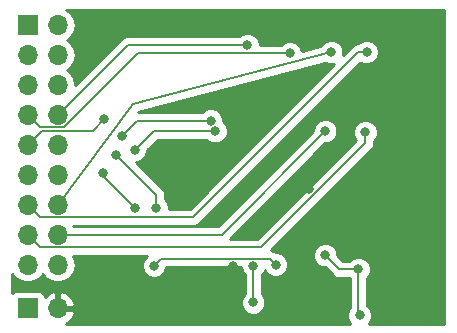
<source format=gbr>
G04 #@! TF.GenerationSoftware,KiCad,Pcbnew,5.0.0-fee4fd1~66~ubuntu16.04.1*
G04 #@! TF.CreationDate,2018-09-09T13:30:21+02:00*
G04 #@! TF.ProjectId,Tactile_Skin_Board,54616374696C655F536B696E5F426F61,rev?*
G04 #@! TF.SameCoordinates,Original*
G04 #@! TF.FileFunction,Copper,L2,Bot,Signal*
G04 #@! TF.FilePolarity,Positive*
%FSLAX46Y46*%
G04 Gerber Fmt 4.6, Leading zero omitted, Abs format (unit mm)*
G04 Created by KiCad (PCBNEW 5.0.0-fee4fd1~66~ubuntu16.04.1) date Sun Sep  9 13:30:21 2018*
%MOMM*%
%LPD*%
G01*
G04 APERTURE LIST*
G04 #@! TA.AperFunction,ComponentPad*
%ADD10R,1.700000X1.700000*%
G04 #@! TD*
G04 #@! TA.AperFunction,ComponentPad*
%ADD11O,1.700000X1.700000*%
G04 #@! TD*
G04 #@! TA.AperFunction,ViaPad*
%ADD12C,0.800000*%
G04 #@! TD*
G04 #@! TA.AperFunction,Conductor*
%ADD13C,0.200000*%
G04 #@! TD*
G04 #@! TA.AperFunction,Conductor*
%ADD14C,0.254000*%
G04 #@! TD*
G04 APERTURE END LIST*
D10*
G04 #@! TO.P,J2,1*
G04 #@! TO.N,GND*
X105000000Y-118000000D03*
D11*
G04 #@! TO.P,J2,2*
G04 #@! TO.N,3.3V*
X107540000Y-118000000D03*
G04 #@! TD*
D10*
G04 #@! TO.P,J1,1*
G04 #@! TO.N,SDA0*
X105000000Y-94000000D03*
D11*
G04 #@! TO.P,J1,2*
G04 #@! TO.N,SCL0*
X107540000Y-94000000D03*
G04 #@! TO.P,J1,3*
G04 #@! TO.N,SDA1*
X105000000Y-96540000D03*
G04 #@! TO.P,J1,4*
G04 #@! TO.N,SCL1*
X107540000Y-96540000D03*
G04 #@! TO.P,J1,5*
G04 #@! TO.N,SDA2*
X105000000Y-99080000D03*
G04 #@! TO.P,J1,6*
G04 #@! TO.N,SCL2*
X107540000Y-99080000D03*
G04 #@! TO.P,J1,7*
G04 #@! TO.N,SDA3*
X105000000Y-101620000D03*
G04 #@! TO.P,J1,8*
G04 #@! TO.N,SCL3*
X107540000Y-101620000D03*
G04 #@! TO.P,J1,9*
G04 #@! TO.N,SDA4*
X105000000Y-104160000D03*
G04 #@! TO.P,J1,10*
G04 #@! TO.N,SCL4*
X107540000Y-104160000D03*
G04 #@! TO.P,J1,11*
G04 #@! TO.N,SDA5*
X105000000Y-106700000D03*
G04 #@! TO.P,J1,12*
G04 #@! TO.N,SCL5*
X107540000Y-106700000D03*
G04 #@! TO.P,J1,13*
G04 #@! TO.N,SDA6*
X105000000Y-109240000D03*
G04 #@! TO.P,J1,14*
G04 #@! TO.N,SCL6*
X107540000Y-109240000D03*
G04 #@! TO.P,J1,15*
G04 #@! TO.N,SDA7*
X105000000Y-111780000D03*
G04 #@! TO.P,J1,16*
G04 #@! TO.N,SCL7*
X107540000Y-111780000D03*
G04 #@! TO.P,J1,17*
G04 #@! TO.N,SDA8*
X105000000Y-114320000D03*
G04 #@! TO.P,J1,18*
G04 #@! TO.N,SCL8*
X107540000Y-114320000D03*
G04 #@! TD*
D12*
G04 #@! TO.N,SDA2*
X115900000Y-109500000D03*
X112500000Y-105000000D03*
G04 #@! TO.N,SCL2*
X114100000Y-109500000D03*
X111400000Y-106500000D03*
G04 #@! TO.N,SDA3*
X127200000Y-96400000D03*
G04 #@! TO.N,SCL3*
X123600000Y-95700000D03*
G04 #@! TO.N,SDA4*
X120500000Y-102100000D03*
X113000000Y-103400000D03*
X111500000Y-102000000D03*
G04 #@! TO.N,SCL4*
X114100000Y-104600000D03*
X120900000Y-103000000D03*
G04 #@! TO.N,SCL5*
X126000000Y-114300000D03*
X115700000Y-114400000D03*
G04 #@! TO.N,SDA6*
X133700000Y-96300000D03*
G04 #@! TO.N,SCL6*
X130700000Y-96300000D03*
G04 #@! TO.N,SDA7*
X133600000Y-103100000D03*
G04 #@! TO.N,SCL7*
X130200000Y-103000000D03*
G04 #@! TO.N,3.3V*
X122400000Y-101300000D03*
X135200000Y-107900000D03*
X128800000Y-107900000D03*
X122400000Y-114400000D03*
X128800000Y-114400000D03*
X135200000Y-114300000D03*
X138000000Y-100300000D03*
G04 #@! TO.N,GND*
X133000000Y-114700000D03*
X133100000Y-118600000D03*
X130200000Y-113500000D03*
X124100000Y-114400001D03*
X124100000Y-117500000D03*
G04 #@! TD*
D13*
G04 #@! TO.N,SDA2*
X115900000Y-108400000D02*
X112500000Y-105000000D01*
X115900000Y-109500000D02*
X115900000Y-108400000D01*
G04 #@! TO.N,SCL2*
X111400000Y-106800000D02*
X111400000Y-106500000D01*
X114100000Y-109500000D02*
X111400000Y-106800000D01*
G04 #@! TO.N,SDA3*
X105000000Y-101620000D02*
X106050001Y-102670001D01*
X106050001Y-102670001D02*
X108044001Y-102670001D01*
X114314002Y-96400000D02*
X127200000Y-96400000D01*
X108044001Y-102670001D02*
X114314002Y-96400000D01*
G04 #@! TO.N,SCL3*
X113460000Y-95700000D02*
X123600000Y-95700000D01*
X107540000Y-101620000D02*
X113460000Y-95700000D01*
G04 #@! TO.N,SDA4*
X114300000Y-102100000D02*
X113000000Y-103400000D01*
X120500000Y-102100000D02*
X114300000Y-102100000D01*
X105849999Y-103310001D02*
X105000000Y-104160000D01*
X110529989Y-102970011D02*
X106189989Y-102970011D01*
X106189989Y-102970011D02*
X105849999Y-103310001D01*
X111500000Y-102000000D02*
X110529989Y-102970011D01*
G04 #@! TO.N,SCL4*
X120900000Y-103000000D02*
X115700000Y-103000000D01*
X115700000Y-103000000D02*
X114100000Y-104600000D01*
G04 #@! TO.N,SCL5*
X116300001Y-113799999D02*
X115700000Y-114400000D01*
X125499999Y-113799999D02*
X116300001Y-113799999D01*
X126000000Y-114300000D02*
X125499999Y-113799999D01*
G04 #@! TO.N,SDA6*
X105000000Y-109240000D02*
X106050001Y-110290001D01*
X119021997Y-110290001D02*
X133011998Y-96300000D01*
X106050001Y-110290001D02*
X119021997Y-110290001D01*
X133011998Y-96300000D02*
X133700000Y-96300000D01*
G04 #@! TO.N,SCL6*
X113900000Y-100700000D02*
X130700000Y-96300000D01*
X107540000Y-109240000D02*
X113900000Y-100700000D01*
G04 #@! TO.N,SDA7*
X106050001Y-112830001D02*
X124758001Y-112830001D01*
X124758001Y-112830001D02*
X133600000Y-103988002D01*
X105000000Y-111780000D02*
X106050001Y-112830001D01*
X133600000Y-103988002D02*
X133600000Y-103100000D01*
G04 #@! TO.N,SCL7*
X121420000Y-111780000D02*
X130200000Y-103000000D01*
X107540000Y-111780000D02*
X121420000Y-111780000D01*
G04 #@! TO.N,3.3V*
X122400000Y-114965685D02*
X121200000Y-116165685D01*
X122400000Y-114400000D02*
X122400000Y-114965685D01*
X121200000Y-116165685D02*
X121200000Y-117800000D01*
G04 #@! TO.N,GND*
X133000000Y-118500000D02*
X133100000Y-118600000D01*
X133000000Y-114700000D02*
X133000000Y-118500000D01*
X131400000Y-114700000D02*
X130200000Y-113500000D01*
X133000000Y-114700000D02*
X131400000Y-114700000D01*
X124100000Y-114965686D02*
X124100000Y-117500000D01*
X124100000Y-114400001D02*
X124100000Y-114965686D01*
G04 #@! TD*
D14*
G04 #@! TO.N,3.3V*
G36*
X140290001Y-119290000D02*
X133873711Y-119290000D01*
X133977431Y-119186280D01*
X134135000Y-118805874D01*
X134135000Y-118394126D01*
X133977431Y-118013720D01*
X133735000Y-117771289D01*
X133735000Y-115428711D01*
X133877431Y-115286280D01*
X134035000Y-114905874D01*
X134035000Y-114494126D01*
X133877431Y-114113720D01*
X133586280Y-113822569D01*
X133205874Y-113665000D01*
X132794126Y-113665000D01*
X132413720Y-113822569D01*
X132271289Y-113965000D01*
X131704447Y-113965000D01*
X131235000Y-113495554D01*
X131235000Y-113294126D01*
X131077431Y-112913720D01*
X130786280Y-112622569D01*
X130405874Y-112465000D01*
X129994126Y-112465000D01*
X129613720Y-112622569D01*
X129322569Y-112913720D01*
X129165000Y-113294126D01*
X129165000Y-113705874D01*
X129322569Y-114086280D01*
X129613720Y-114377431D01*
X129994126Y-114535000D01*
X130195554Y-114535000D01*
X130829090Y-115168537D01*
X130870095Y-115229905D01*
X131113217Y-115392354D01*
X131327612Y-115435000D01*
X131327615Y-115435000D01*
X131399999Y-115449398D01*
X131472383Y-115435000D01*
X132265000Y-115435000D01*
X132265001Y-117971288D01*
X132222569Y-118013720D01*
X132065000Y-118394126D01*
X132065000Y-118805874D01*
X132222569Y-119186280D01*
X132326289Y-119290000D01*
X108262608Y-119290000D01*
X108306924Y-119271645D01*
X108735183Y-118881358D01*
X108981486Y-118356892D01*
X108860819Y-118127000D01*
X107667000Y-118127000D01*
X107667000Y-118147000D01*
X107413000Y-118147000D01*
X107413000Y-118127000D01*
X107393000Y-118127000D01*
X107393000Y-117873000D01*
X107413000Y-117873000D01*
X107413000Y-116679845D01*
X107667000Y-116679845D01*
X107667000Y-117873000D01*
X108860819Y-117873000D01*
X108981486Y-117643108D01*
X108735183Y-117118642D01*
X108306924Y-116728355D01*
X107896890Y-116558524D01*
X107667000Y-116679845D01*
X107413000Y-116679845D01*
X107183110Y-116558524D01*
X106773076Y-116728355D01*
X106468739Y-117005708D01*
X106448157Y-116902235D01*
X106307809Y-116692191D01*
X106097765Y-116551843D01*
X105850000Y-116502560D01*
X104150000Y-116502560D01*
X103902235Y-116551843D01*
X103710000Y-116680291D01*
X103710000Y-115062307D01*
X103929375Y-115390625D01*
X104420582Y-115718839D01*
X104853744Y-115805000D01*
X105146256Y-115805000D01*
X105579418Y-115718839D01*
X106070625Y-115390625D01*
X106270000Y-115092239D01*
X106469375Y-115390625D01*
X106960582Y-115718839D01*
X107393744Y-115805000D01*
X107686256Y-115805000D01*
X108119418Y-115718839D01*
X108610625Y-115390625D01*
X108938839Y-114899418D01*
X109054092Y-114320000D01*
X108938839Y-113740582D01*
X108821520Y-113565001D01*
X115071288Y-113565001D01*
X114822569Y-113813720D01*
X114665000Y-114194126D01*
X114665000Y-114605874D01*
X114822569Y-114986280D01*
X115113720Y-115277431D01*
X115494126Y-115435000D01*
X115905874Y-115435000D01*
X116286280Y-115277431D01*
X116577431Y-114986280D01*
X116735000Y-114605874D01*
X116735000Y-114534999D01*
X123065000Y-114534999D01*
X123065000Y-114605875D01*
X123222569Y-114986281D01*
X123365000Y-115128712D01*
X123365001Y-116771288D01*
X123222569Y-116913720D01*
X123065000Y-117294126D01*
X123065000Y-117705874D01*
X123222569Y-118086280D01*
X123513720Y-118377431D01*
X123894126Y-118535000D01*
X124305874Y-118535000D01*
X124686280Y-118377431D01*
X124977431Y-118086280D01*
X125135000Y-117705874D01*
X125135000Y-117294126D01*
X124977431Y-116913720D01*
X124835000Y-116771289D01*
X124835000Y-115128712D01*
X124977431Y-114986281D01*
X125070711Y-114761083D01*
X125122569Y-114886280D01*
X125413720Y-115177431D01*
X125794126Y-115335000D01*
X126205874Y-115335000D01*
X126586280Y-115177431D01*
X126877431Y-114886280D01*
X127035000Y-114505874D01*
X127035000Y-114094126D01*
X126877431Y-113713720D01*
X126586280Y-113422569D01*
X126205874Y-113265000D01*
X126022280Y-113265000D01*
X125786782Y-113107645D01*
X125572387Y-113064999D01*
X125572383Y-113064999D01*
X125564097Y-113063351D01*
X134068538Y-104558911D01*
X134129905Y-104517907D01*
X134292354Y-104274785D01*
X134335000Y-104060390D01*
X134335000Y-104060386D01*
X134349398Y-103988002D01*
X134335000Y-103915618D01*
X134335000Y-103828711D01*
X134477431Y-103686280D01*
X134635000Y-103305874D01*
X134635000Y-102894126D01*
X134477431Y-102513720D01*
X134186280Y-102222569D01*
X133805874Y-102065000D01*
X133394126Y-102065000D01*
X133013720Y-102222569D01*
X132722569Y-102513720D01*
X132565000Y-102894126D01*
X132565000Y-103305874D01*
X132722569Y-103686280D01*
X132792422Y-103756133D01*
X124453555Y-112095001D01*
X122144445Y-112095001D01*
X130204447Y-104035000D01*
X130405874Y-104035000D01*
X130786280Y-103877431D01*
X131077431Y-103586280D01*
X131235000Y-103205874D01*
X131235000Y-102794126D01*
X131077431Y-102413720D01*
X130786280Y-102122569D01*
X130405874Y-101965000D01*
X129994126Y-101965000D01*
X129613720Y-102122569D01*
X129322569Y-102413720D01*
X129165000Y-102794126D01*
X129165000Y-102995553D01*
X121115554Y-111045000D01*
X108834882Y-111045000D01*
X108821520Y-111025001D01*
X118949613Y-111025001D01*
X119021997Y-111039399D01*
X119094381Y-111025001D01*
X119094385Y-111025001D01*
X119308780Y-110982355D01*
X119551902Y-110819906D01*
X119592908Y-110758536D01*
X133156354Y-97195091D01*
X133494126Y-97335000D01*
X133905874Y-97335000D01*
X134286280Y-97177431D01*
X134577431Y-96886280D01*
X134735000Y-96505874D01*
X134735000Y-96094126D01*
X134577431Y-95713720D01*
X134286280Y-95422569D01*
X133905874Y-95265000D01*
X133494126Y-95265000D01*
X133113720Y-95422569D01*
X132979154Y-95557135D01*
X132939613Y-95565000D01*
X132939610Y-95565000D01*
X132725215Y-95607646D01*
X132482093Y-95770095D01*
X132441089Y-95831462D01*
X131712601Y-96559950D01*
X131735000Y-96505874D01*
X131735000Y-96094126D01*
X131577431Y-95713720D01*
X131286280Y-95422569D01*
X130905874Y-95265000D01*
X130494126Y-95265000D01*
X130113720Y-95422569D01*
X129822569Y-95713720D01*
X129796414Y-95776864D01*
X128231891Y-96186620D01*
X128077431Y-95813720D01*
X127786280Y-95522569D01*
X127405874Y-95365000D01*
X126994126Y-95365000D01*
X126613720Y-95522569D01*
X126471289Y-95665000D01*
X124635000Y-95665000D01*
X124635000Y-95494126D01*
X124477431Y-95113720D01*
X124186280Y-94822569D01*
X123805874Y-94665000D01*
X123394126Y-94665000D01*
X123013720Y-94822569D01*
X122871289Y-94965000D01*
X113532383Y-94965000D01*
X113459999Y-94950602D01*
X113387615Y-94965000D01*
X113387612Y-94965000D01*
X113173217Y-95007646D01*
X112930095Y-95170095D01*
X112889091Y-95231462D01*
X109051846Y-99068708D01*
X108938839Y-98500582D01*
X108610625Y-98009375D01*
X108312239Y-97810000D01*
X108610625Y-97610625D01*
X108938839Y-97119418D01*
X109054092Y-96540000D01*
X108938839Y-95960582D01*
X108610625Y-95469375D01*
X108312239Y-95270000D01*
X108610625Y-95070625D01*
X108938839Y-94579418D01*
X109054092Y-94000000D01*
X108938839Y-93420582D01*
X108610625Y-92929375D01*
X108282307Y-92710000D01*
X140290000Y-92710000D01*
X140290001Y-119290000D01*
X140290001Y-119290000D01*
G37*
X140290001Y-119290000D02*
X133873711Y-119290000D01*
X133977431Y-119186280D01*
X134135000Y-118805874D01*
X134135000Y-118394126D01*
X133977431Y-118013720D01*
X133735000Y-117771289D01*
X133735000Y-115428711D01*
X133877431Y-115286280D01*
X134035000Y-114905874D01*
X134035000Y-114494126D01*
X133877431Y-114113720D01*
X133586280Y-113822569D01*
X133205874Y-113665000D01*
X132794126Y-113665000D01*
X132413720Y-113822569D01*
X132271289Y-113965000D01*
X131704447Y-113965000D01*
X131235000Y-113495554D01*
X131235000Y-113294126D01*
X131077431Y-112913720D01*
X130786280Y-112622569D01*
X130405874Y-112465000D01*
X129994126Y-112465000D01*
X129613720Y-112622569D01*
X129322569Y-112913720D01*
X129165000Y-113294126D01*
X129165000Y-113705874D01*
X129322569Y-114086280D01*
X129613720Y-114377431D01*
X129994126Y-114535000D01*
X130195554Y-114535000D01*
X130829090Y-115168537D01*
X130870095Y-115229905D01*
X131113217Y-115392354D01*
X131327612Y-115435000D01*
X131327615Y-115435000D01*
X131399999Y-115449398D01*
X131472383Y-115435000D01*
X132265000Y-115435000D01*
X132265001Y-117971288D01*
X132222569Y-118013720D01*
X132065000Y-118394126D01*
X132065000Y-118805874D01*
X132222569Y-119186280D01*
X132326289Y-119290000D01*
X108262608Y-119290000D01*
X108306924Y-119271645D01*
X108735183Y-118881358D01*
X108981486Y-118356892D01*
X108860819Y-118127000D01*
X107667000Y-118127000D01*
X107667000Y-118147000D01*
X107413000Y-118147000D01*
X107413000Y-118127000D01*
X107393000Y-118127000D01*
X107393000Y-117873000D01*
X107413000Y-117873000D01*
X107413000Y-116679845D01*
X107667000Y-116679845D01*
X107667000Y-117873000D01*
X108860819Y-117873000D01*
X108981486Y-117643108D01*
X108735183Y-117118642D01*
X108306924Y-116728355D01*
X107896890Y-116558524D01*
X107667000Y-116679845D01*
X107413000Y-116679845D01*
X107183110Y-116558524D01*
X106773076Y-116728355D01*
X106468739Y-117005708D01*
X106448157Y-116902235D01*
X106307809Y-116692191D01*
X106097765Y-116551843D01*
X105850000Y-116502560D01*
X104150000Y-116502560D01*
X103902235Y-116551843D01*
X103710000Y-116680291D01*
X103710000Y-115062307D01*
X103929375Y-115390625D01*
X104420582Y-115718839D01*
X104853744Y-115805000D01*
X105146256Y-115805000D01*
X105579418Y-115718839D01*
X106070625Y-115390625D01*
X106270000Y-115092239D01*
X106469375Y-115390625D01*
X106960582Y-115718839D01*
X107393744Y-115805000D01*
X107686256Y-115805000D01*
X108119418Y-115718839D01*
X108610625Y-115390625D01*
X108938839Y-114899418D01*
X109054092Y-114320000D01*
X108938839Y-113740582D01*
X108821520Y-113565001D01*
X115071288Y-113565001D01*
X114822569Y-113813720D01*
X114665000Y-114194126D01*
X114665000Y-114605874D01*
X114822569Y-114986280D01*
X115113720Y-115277431D01*
X115494126Y-115435000D01*
X115905874Y-115435000D01*
X116286280Y-115277431D01*
X116577431Y-114986280D01*
X116735000Y-114605874D01*
X116735000Y-114534999D01*
X123065000Y-114534999D01*
X123065000Y-114605875D01*
X123222569Y-114986281D01*
X123365000Y-115128712D01*
X123365001Y-116771288D01*
X123222569Y-116913720D01*
X123065000Y-117294126D01*
X123065000Y-117705874D01*
X123222569Y-118086280D01*
X123513720Y-118377431D01*
X123894126Y-118535000D01*
X124305874Y-118535000D01*
X124686280Y-118377431D01*
X124977431Y-118086280D01*
X125135000Y-117705874D01*
X125135000Y-117294126D01*
X124977431Y-116913720D01*
X124835000Y-116771289D01*
X124835000Y-115128712D01*
X124977431Y-114986281D01*
X125070711Y-114761083D01*
X125122569Y-114886280D01*
X125413720Y-115177431D01*
X125794126Y-115335000D01*
X126205874Y-115335000D01*
X126586280Y-115177431D01*
X126877431Y-114886280D01*
X127035000Y-114505874D01*
X127035000Y-114094126D01*
X126877431Y-113713720D01*
X126586280Y-113422569D01*
X126205874Y-113265000D01*
X126022280Y-113265000D01*
X125786782Y-113107645D01*
X125572387Y-113064999D01*
X125572383Y-113064999D01*
X125564097Y-113063351D01*
X134068538Y-104558911D01*
X134129905Y-104517907D01*
X134292354Y-104274785D01*
X134335000Y-104060390D01*
X134335000Y-104060386D01*
X134349398Y-103988002D01*
X134335000Y-103915618D01*
X134335000Y-103828711D01*
X134477431Y-103686280D01*
X134635000Y-103305874D01*
X134635000Y-102894126D01*
X134477431Y-102513720D01*
X134186280Y-102222569D01*
X133805874Y-102065000D01*
X133394126Y-102065000D01*
X133013720Y-102222569D01*
X132722569Y-102513720D01*
X132565000Y-102894126D01*
X132565000Y-103305874D01*
X132722569Y-103686280D01*
X132792422Y-103756133D01*
X124453555Y-112095001D01*
X122144445Y-112095001D01*
X130204447Y-104035000D01*
X130405874Y-104035000D01*
X130786280Y-103877431D01*
X131077431Y-103586280D01*
X131235000Y-103205874D01*
X131235000Y-102794126D01*
X131077431Y-102413720D01*
X130786280Y-102122569D01*
X130405874Y-101965000D01*
X129994126Y-101965000D01*
X129613720Y-102122569D01*
X129322569Y-102413720D01*
X129165000Y-102794126D01*
X129165000Y-102995553D01*
X121115554Y-111045000D01*
X108834882Y-111045000D01*
X108821520Y-111025001D01*
X118949613Y-111025001D01*
X119021997Y-111039399D01*
X119094381Y-111025001D01*
X119094385Y-111025001D01*
X119308780Y-110982355D01*
X119551902Y-110819906D01*
X119592908Y-110758536D01*
X133156354Y-97195091D01*
X133494126Y-97335000D01*
X133905874Y-97335000D01*
X134286280Y-97177431D01*
X134577431Y-96886280D01*
X134735000Y-96505874D01*
X134735000Y-96094126D01*
X134577431Y-95713720D01*
X134286280Y-95422569D01*
X133905874Y-95265000D01*
X133494126Y-95265000D01*
X133113720Y-95422569D01*
X132979154Y-95557135D01*
X132939613Y-95565000D01*
X132939610Y-95565000D01*
X132725215Y-95607646D01*
X132482093Y-95770095D01*
X132441089Y-95831462D01*
X131712601Y-96559950D01*
X131735000Y-96505874D01*
X131735000Y-96094126D01*
X131577431Y-95713720D01*
X131286280Y-95422569D01*
X130905874Y-95265000D01*
X130494126Y-95265000D01*
X130113720Y-95422569D01*
X129822569Y-95713720D01*
X129796414Y-95776864D01*
X128231891Y-96186620D01*
X128077431Y-95813720D01*
X127786280Y-95522569D01*
X127405874Y-95365000D01*
X126994126Y-95365000D01*
X126613720Y-95522569D01*
X126471289Y-95665000D01*
X124635000Y-95665000D01*
X124635000Y-95494126D01*
X124477431Y-95113720D01*
X124186280Y-94822569D01*
X123805874Y-94665000D01*
X123394126Y-94665000D01*
X123013720Y-94822569D01*
X122871289Y-94965000D01*
X113532383Y-94965000D01*
X113459999Y-94950602D01*
X113387615Y-94965000D01*
X113387612Y-94965000D01*
X113173217Y-95007646D01*
X112930095Y-95170095D01*
X112889091Y-95231462D01*
X109051846Y-99068708D01*
X108938839Y-98500582D01*
X108610625Y-98009375D01*
X108312239Y-97810000D01*
X108610625Y-97610625D01*
X108938839Y-97119418D01*
X109054092Y-96540000D01*
X108938839Y-95960582D01*
X108610625Y-95469375D01*
X108312239Y-95270000D01*
X108610625Y-95070625D01*
X108938839Y-94579418D01*
X109054092Y-94000000D01*
X108938839Y-93420582D01*
X108610625Y-92929375D01*
X108282307Y-92710000D01*
X140290000Y-92710000D01*
X140290001Y-119290000D01*
G36*
X130494126Y-97335000D02*
X130905874Y-97335000D01*
X130959950Y-97312601D01*
X118717551Y-109555001D01*
X116935000Y-109555001D01*
X116935000Y-109294126D01*
X116777431Y-108913720D01*
X116635000Y-108771289D01*
X116635000Y-108472383D01*
X116649398Y-108399999D01*
X116635000Y-108327615D01*
X116635000Y-108327612D01*
X116592354Y-108113217D01*
X116429905Y-107870095D01*
X116368537Y-107829091D01*
X114174446Y-105635000D01*
X114305874Y-105635000D01*
X114686280Y-105477431D01*
X114977431Y-105186280D01*
X115135000Y-104805874D01*
X115135000Y-104604446D01*
X116004447Y-103735000D01*
X120171289Y-103735000D01*
X120313720Y-103877431D01*
X120694126Y-104035000D01*
X121105874Y-104035000D01*
X121486280Y-103877431D01*
X121777431Y-103586280D01*
X121935000Y-103205874D01*
X121935000Y-102794126D01*
X121777431Y-102413720D01*
X121535000Y-102171289D01*
X121535000Y-101894126D01*
X121377431Y-101513720D01*
X121086280Y-101222569D01*
X120705874Y-101065000D01*
X120294126Y-101065000D01*
X119913720Y-101222569D01*
X119771289Y-101365000D01*
X114372388Y-101365000D01*
X114327792Y-101356129D01*
X114335545Y-101345718D01*
X130166831Y-97199430D01*
X130494126Y-97335000D01*
X130494126Y-97335000D01*
G37*
X130494126Y-97335000D02*
X130905874Y-97335000D01*
X130959950Y-97312601D01*
X118717551Y-109555001D01*
X116935000Y-109555001D01*
X116935000Y-109294126D01*
X116777431Y-108913720D01*
X116635000Y-108771289D01*
X116635000Y-108472383D01*
X116649398Y-108399999D01*
X116635000Y-108327615D01*
X116635000Y-108327612D01*
X116592354Y-108113217D01*
X116429905Y-107870095D01*
X116368537Y-107829091D01*
X114174446Y-105635000D01*
X114305874Y-105635000D01*
X114686280Y-105477431D01*
X114977431Y-105186280D01*
X115135000Y-104805874D01*
X115135000Y-104604446D01*
X116004447Y-103735000D01*
X120171289Y-103735000D01*
X120313720Y-103877431D01*
X120694126Y-104035000D01*
X121105874Y-104035000D01*
X121486280Y-103877431D01*
X121777431Y-103586280D01*
X121935000Y-103205874D01*
X121935000Y-102794126D01*
X121777431Y-102413720D01*
X121535000Y-102171289D01*
X121535000Y-101894126D01*
X121377431Y-101513720D01*
X121086280Y-101222569D01*
X120705874Y-101065000D01*
X120294126Y-101065000D01*
X119913720Y-101222569D01*
X119771289Y-101365000D01*
X114372388Y-101365000D01*
X114327792Y-101356129D01*
X114335545Y-101345718D01*
X130166831Y-97199430D01*
X130494126Y-97335000D01*
G04 #@! TD*
M02*

</source>
